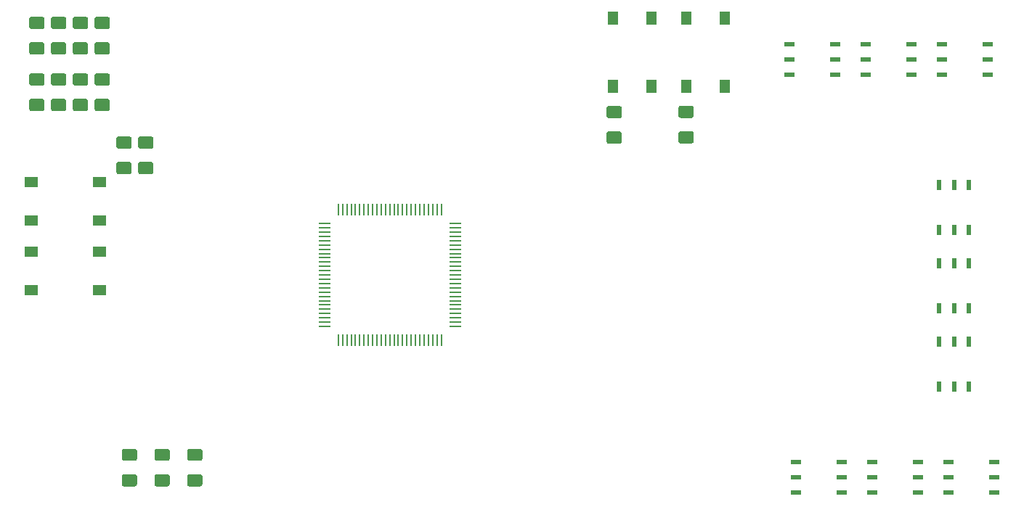
<source format=gbr>
G04 #@! TF.GenerationSoftware,KiCad,Pcbnew,5.0.0-fee4fd1~66~ubuntu18.04.1*
G04 #@! TF.CreationDate,2018-10-03T14:59:09+02:00*
G04 #@! TF.ProjectId,pcb,7063622E6B696361645F706362000000,rev?*
G04 #@! TF.SameCoordinates,Original*
G04 #@! TF.FileFunction,Paste,Top*
G04 #@! TF.FilePolarity,Positive*
%FSLAX46Y46*%
G04 Gerber Fmt 4.6, Leading zero omitted, Abs format (unit mm)*
G04 Created by KiCad (PCBNEW 5.0.0-fee4fd1~66~ubuntu18.04.1) date Wed Oct  3 14:59:09 2018*
%MOMM*%
%LPD*%
G01*
G04 APERTURE LIST*
%ADD10R,1.300000X0.600000*%
%ADD11R,1.473200X0.279400*%
%ADD12R,0.279400X1.473200*%
%ADD13R,1.550000X1.300000*%
%ADD14C,0.100000*%
%ADD15C,1.425000*%
%ADD16R,0.600000X1.300000*%
%ADD17R,1.300000X1.550000*%
G04 APERTURE END LIST*
D10*
G04 #@! TO.C,SW3*
X166006000Y-51082000D03*
X166006000Y-52832000D03*
X166006000Y-54582000D03*
X171306000Y-54582000D03*
X171306000Y-52832000D03*
X171306000Y-51082000D03*
G04 #@! TD*
D11*
G04 #@! TO.C,U1*
X93980000Y-83978001D03*
X93980000Y-83477999D03*
X93980000Y-82978000D03*
X93980000Y-82478001D03*
X93980000Y-81978000D03*
X93980000Y-81478001D03*
X93980000Y-80977999D03*
X93980000Y-80478000D03*
X93980000Y-79978001D03*
X93980000Y-79478000D03*
X93980000Y-78978001D03*
X93980000Y-78477999D03*
X93980000Y-77978000D03*
X93980000Y-77478001D03*
X93980000Y-76977999D03*
X93980000Y-76478000D03*
X93980000Y-75977999D03*
X93980000Y-75478000D03*
X93980000Y-74978001D03*
X93980000Y-74477999D03*
X93980000Y-73978000D03*
X93980000Y-73477999D03*
X93980000Y-72978000D03*
X93980000Y-72478001D03*
X93980000Y-71977999D03*
D12*
X95599999Y-70358000D03*
X96100001Y-70358000D03*
X96600000Y-70358000D03*
X97099999Y-70358000D03*
X97600000Y-70358000D03*
X98099999Y-70358000D03*
X98600001Y-70358000D03*
X99100000Y-70358000D03*
X99599999Y-70358000D03*
X100100000Y-70358000D03*
X100599999Y-70358000D03*
X101100001Y-70358000D03*
X101600000Y-70358000D03*
X102099999Y-70358000D03*
X102600001Y-70358000D03*
X103100000Y-70358000D03*
X103600001Y-70358000D03*
X104100000Y-70358000D03*
X104599999Y-70358000D03*
X105100001Y-70358000D03*
X105600000Y-70358000D03*
X106100001Y-70358000D03*
X106600000Y-70358000D03*
X107099999Y-70358000D03*
X107600001Y-70358000D03*
D11*
X109220000Y-71977999D03*
X109220000Y-72478001D03*
X109220000Y-72978000D03*
X109220000Y-73477999D03*
X109220000Y-73978000D03*
X109220000Y-74477999D03*
X109220000Y-74978001D03*
X109220000Y-75478000D03*
X109220000Y-75977999D03*
X109220000Y-76478000D03*
X109220000Y-76977999D03*
X109220000Y-77478001D03*
X109220000Y-77978000D03*
X109220000Y-78477999D03*
X109220000Y-78978001D03*
X109220000Y-79478000D03*
X109220000Y-79978001D03*
X109220000Y-80478000D03*
X109220000Y-80977999D03*
X109220000Y-81478001D03*
X109220000Y-81978000D03*
X109220000Y-82478001D03*
X109220000Y-82978000D03*
X109220000Y-83477999D03*
X109220000Y-83978001D03*
D12*
X107600001Y-85598000D03*
X107099999Y-85598000D03*
X106600000Y-85598000D03*
X106099999Y-85598000D03*
X105600000Y-85598000D03*
X105100001Y-85598000D03*
X104599999Y-85598000D03*
X104100000Y-85598000D03*
X103599999Y-85598000D03*
X103100000Y-85598000D03*
X102600001Y-85598000D03*
X102099999Y-85598000D03*
X101600000Y-85598000D03*
X101099998Y-85598000D03*
X100599999Y-85598000D03*
X100100000Y-85598000D03*
X99599999Y-85598000D03*
X99100000Y-85598000D03*
X98600001Y-85598000D03*
X98099999Y-85598000D03*
X97600000Y-85598000D03*
X97099999Y-85598000D03*
X96600000Y-85598000D03*
X96100001Y-85598000D03*
X95599999Y-85598000D03*
G04 #@! TD*
D13*
G04 #@! TO.C,SW1*
X59779000Y-75220000D03*
X67729000Y-75220000D03*
X67729000Y-79720000D03*
X59779000Y-79720000D03*
G04 #@! TD*
G04 #@! TO.C,SW2*
X59779000Y-67092000D03*
X67729000Y-67092000D03*
X67729000Y-71592000D03*
X59779000Y-71592000D03*
G04 #@! TD*
D14*
G04 #@! TO.C,D1*
G36*
X63641504Y-50814204D02*
X63665773Y-50817804D01*
X63689571Y-50823765D01*
X63712671Y-50832030D01*
X63734849Y-50842520D01*
X63755893Y-50855133D01*
X63775598Y-50869747D01*
X63793777Y-50886223D01*
X63810253Y-50904402D01*
X63824867Y-50924107D01*
X63837480Y-50945151D01*
X63847970Y-50967329D01*
X63856235Y-50990429D01*
X63862196Y-51014227D01*
X63865796Y-51038496D01*
X63867000Y-51063000D01*
X63867000Y-51988000D01*
X63865796Y-52012504D01*
X63862196Y-52036773D01*
X63856235Y-52060571D01*
X63847970Y-52083671D01*
X63837480Y-52105849D01*
X63824867Y-52126893D01*
X63810253Y-52146598D01*
X63793777Y-52164777D01*
X63775598Y-52181253D01*
X63755893Y-52195867D01*
X63734849Y-52208480D01*
X63712671Y-52218970D01*
X63689571Y-52227235D01*
X63665773Y-52233196D01*
X63641504Y-52236796D01*
X63617000Y-52238000D01*
X62367000Y-52238000D01*
X62342496Y-52236796D01*
X62318227Y-52233196D01*
X62294429Y-52227235D01*
X62271329Y-52218970D01*
X62249151Y-52208480D01*
X62228107Y-52195867D01*
X62208402Y-52181253D01*
X62190223Y-52164777D01*
X62173747Y-52146598D01*
X62159133Y-52126893D01*
X62146520Y-52105849D01*
X62136030Y-52083671D01*
X62127765Y-52060571D01*
X62121804Y-52036773D01*
X62118204Y-52012504D01*
X62117000Y-51988000D01*
X62117000Y-51063000D01*
X62118204Y-51038496D01*
X62121804Y-51014227D01*
X62127765Y-50990429D01*
X62136030Y-50967329D01*
X62146520Y-50945151D01*
X62159133Y-50924107D01*
X62173747Y-50904402D01*
X62190223Y-50886223D01*
X62208402Y-50869747D01*
X62228107Y-50855133D01*
X62249151Y-50842520D01*
X62271329Y-50832030D01*
X62294429Y-50823765D01*
X62318227Y-50817804D01*
X62342496Y-50814204D01*
X62367000Y-50813000D01*
X63617000Y-50813000D01*
X63641504Y-50814204D01*
X63641504Y-50814204D01*
G37*
D15*
X62992000Y-51525500D03*
D14*
G36*
X63641504Y-47839204D02*
X63665773Y-47842804D01*
X63689571Y-47848765D01*
X63712671Y-47857030D01*
X63734849Y-47867520D01*
X63755893Y-47880133D01*
X63775598Y-47894747D01*
X63793777Y-47911223D01*
X63810253Y-47929402D01*
X63824867Y-47949107D01*
X63837480Y-47970151D01*
X63847970Y-47992329D01*
X63856235Y-48015429D01*
X63862196Y-48039227D01*
X63865796Y-48063496D01*
X63867000Y-48088000D01*
X63867000Y-49013000D01*
X63865796Y-49037504D01*
X63862196Y-49061773D01*
X63856235Y-49085571D01*
X63847970Y-49108671D01*
X63837480Y-49130849D01*
X63824867Y-49151893D01*
X63810253Y-49171598D01*
X63793777Y-49189777D01*
X63775598Y-49206253D01*
X63755893Y-49220867D01*
X63734849Y-49233480D01*
X63712671Y-49243970D01*
X63689571Y-49252235D01*
X63665773Y-49258196D01*
X63641504Y-49261796D01*
X63617000Y-49263000D01*
X62367000Y-49263000D01*
X62342496Y-49261796D01*
X62318227Y-49258196D01*
X62294429Y-49252235D01*
X62271329Y-49243970D01*
X62249151Y-49233480D01*
X62228107Y-49220867D01*
X62208402Y-49206253D01*
X62190223Y-49189777D01*
X62173747Y-49171598D01*
X62159133Y-49151893D01*
X62146520Y-49130849D01*
X62136030Y-49108671D01*
X62127765Y-49085571D01*
X62121804Y-49061773D01*
X62118204Y-49037504D01*
X62117000Y-49013000D01*
X62117000Y-48088000D01*
X62118204Y-48063496D01*
X62121804Y-48039227D01*
X62127765Y-48015429D01*
X62136030Y-47992329D01*
X62146520Y-47970151D01*
X62159133Y-47949107D01*
X62173747Y-47929402D01*
X62190223Y-47911223D01*
X62208402Y-47894747D01*
X62228107Y-47880133D01*
X62249151Y-47867520D01*
X62271329Y-47857030D01*
X62294429Y-47848765D01*
X62318227Y-47842804D01*
X62342496Y-47839204D01*
X62367000Y-47838000D01*
X63617000Y-47838000D01*
X63641504Y-47839204D01*
X63641504Y-47839204D01*
G37*
D15*
X62992000Y-48550500D03*
G04 #@! TD*
D14*
G04 #@! TO.C,D2*
G36*
X61101504Y-50814204D02*
X61125773Y-50817804D01*
X61149571Y-50823765D01*
X61172671Y-50832030D01*
X61194849Y-50842520D01*
X61215893Y-50855133D01*
X61235598Y-50869747D01*
X61253777Y-50886223D01*
X61270253Y-50904402D01*
X61284867Y-50924107D01*
X61297480Y-50945151D01*
X61307970Y-50967329D01*
X61316235Y-50990429D01*
X61322196Y-51014227D01*
X61325796Y-51038496D01*
X61327000Y-51063000D01*
X61327000Y-51988000D01*
X61325796Y-52012504D01*
X61322196Y-52036773D01*
X61316235Y-52060571D01*
X61307970Y-52083671D01*
X61297480Y-52105849D01*
X61284867Y-52126893D01*
X61270253Y-52146598D01*
X61253777Y-52164777D01*
X61235598Y-52181253D01*
X61215893Y-52195867D01*
X61194849Y-52208480D01*
X61172671Y-52218970D01*
X61149571Y-52227235D01*
X61125773Y-52233196D01*
X61101504Y-52236796D01*
X61077000Y-52238000D01*
X59827000Y-52238000D01*
X59802496Y-52236796D01*
X59778227Y-52233196D01*
X59754429Y-52227235D01*
X59731329Y-52218970D01*
X59709151Y-52208480D01*
X59688107Y-52195867D01*
X59668402Y-52181253D01*
X59650223Y-52164777D01*
X59633747Y-52146598D01*
X59619133Y-52126893D01*
X59606520Y-52105849D01*
X59596030Y-52083671D01*
X59587765Y-52060571D01*
X59581804Y-52036773D01*
X59578204Y-52012504D01*
X59577000Y-51988000D01*
X59577000Y-51063000D01*
X59578204Y-51038496D01*
X59581804Y-51014227D01*
X59587765Y-50990429D01*
X59596030Y-50967329D01*
X59606520Y-50945151D01*
X59619133Y-50924107D01*
X59633747Y-50904402D01*
X59650223Y-50886223D01*
X59668402Y-50869747D01*
X59688107Y-50855133D01*
X59709151Y-50842520D01*
X59731329Y-50832030D01*
X59754429Y-50823765D01*
X59778227Y-50817804D01*
X59802496Y-50814204D01*
X59827000Y-50813000D01*
X61077000Y-50813000D01*
X61101504Y-50814204D01*
X61101504Y-50814204D01*
G37*
D15*
X60452000Y-51525500D03*
D14*
G36*
X61101504Y-47839204D02*
X61125773Y-47842804D01*
X61149571Y-47848765D01*
X61172671Y-47857030D01*
X61194849Y-47867520D01*
X61215893Y-47880133D01*
X61235598Y-47894747D01*
X61253777Y-47911223D01*
X61270253Y-47929402D01*
X61284867Y-47949107D01*
X61297480Y-47970151D01*
X61307970Y-47992329D01*
X61316235Y-48015429D01*
X61322196Y-48039227D01*
X61325796Y-48063496D01*
X61327000Y-48088000D01*
X61327000Y-49013000D01*
X61325796Y-49037504D01*
X61322196Y-49061773D01*
X61316235Y-49085571D01*
X61307970Y-49108671D01*
X61297480Y-49130849D01*
X61284867Y-49151893D01*
X61270253Y-49171598D01*
X61253777Y-49189777D01*
X61235598Y-49206253D01*
X61215893Y-49220867D01*
X61194849Y-49233480D01*
X61172671Y-49243970D01*
X61149571Y-49252235D01*
X61125773Y-49258196D01*
X61101504Y-49261796D01*
X61077000Y-49263000D01*
X59827000Y-49263000D01*
X59802496Y-49261796D01*
X59778227Y-49258196D01*
X59754429Y-49252235D01*
X59731329Y-49243970D01*
X59709151Y-49233480D01*
X59688107Y-49220867D01*
X59668402Y-49206253D01*
X59650223Y-49189777D01*
X59633747Y-49171598D01*
X59619133Y-49151893D01*
X59606520Y-49130849D01*
X59596030Y-49108671D01*
X59587765Y-49085571D01*
X59581804Y-49061773D01*
X59578204Y-49037504D01*
X59577000Y-49013000D01*
X59577000Y-48088000D01*
X59578204Y-48063496D01*
X59581804Y-48039227D01*
X59587765Y-48015429D01*
X59596030Y-47992329D01*
X59606520Y-47970151D01*
X59619133Y-47949107D01*
X59633747Y-47929402D01*
X59650223Y-47911223D01*
X59668402Y-47894747D01*
X59688107Y-47880133D01*
X59709151Y-47867520D01*
X59731329Y-47857030D01*
X59754429Y-47848765D01*
X59778227Y-47842804D01*
X59802496Y-47839204D01*
X59827000Y-47838000D01*
X61077000Y-47838000D01*
X61101504Y-47839204D01*
X61101504Y-47839204D01*
G37*
D15*
X60452000Y-48550500D03*
G04 #@! TD*
D14*
G04 #@! TO.C,D3*
G36*
X68721504Y-50814204D02*
X68745773Y-50817804D01*
X68769571Y-50823765D01*
X68792671Y-50832030D01*
X68814849Y-50842520D01*
X68835893Y-50855133D01*
X68855598Y-50869747D01*
X68873777Y-50886223D01*
X68890253Y-50904402D01*
X68904867Y-50924107D01*
X68917480Y-50945151D01*
X68927970Y-50967329D01*
X68936235Y-50990429D01*
X68942196Y-51014227D01*
X68945796Y-51038496D01*
X68947000Y-51063000D01*
X68947000Y-51988000D01*
X68945796Y-52012504D01*
X68942196Y-52036773D01*
X68936235Y-52060571D01*
X68927970Y-52083671D01*
X68917480Y-52105849D01*
X68904867Y-52126893D01*
X68890253Y-52146598D01*
X68873777Y-52164777D01*
X68855598Y-52181253D01*
X68835893Y-52195867D01*
X68814849Y-52208480D01*
X68792671Y-52218970D01*
X68769571Y-52227235D01*
X68745773Y-52233196D01*
X68721504Y-52236796D01*
X68697000Y-52238000D01*
X67447000Y-52238000D01*
X67422496Y-52236796D01*
X67398227Y-52233196D01*
X67374429Y-52227235D01*
X67351329Y-52218970D01*
X67329151Y-52208480D01*
X67308107Y-52195867D01*
X67288402Y-52181253D01*
X67270223Y-52164777D01*
X67253747Y-52146598D01*
X67239133Y-52126893D01*
X67226520Y-52105849D01*
X67216030Y-52083671D01*
X67207765Y-52060571D01*
X67201804Y-52036773D01*
X67198204Y-52012504D01*
X67197000Y-51988000D01*
X67197000Y-51063000D01*
X67198204Y-51038496D01*
X67201804Y-51014227D01*
X67207765Y-50990429D01*
X67216030Y-50967329D01*
X67226520Y-50945151D01*
X67239133Y-50924107D01*
X67253747Y-50904402D01*
X67270223Y-50886223D01*
X67288402Y-50869747D01*
X67308107Y-50855133D01*
X67329151Y-50842520D01*
X67351329Y-50832030D01*
X67374429Y-50823765D01*
X67398227Y-50817804D01*
X67422496Y-50814204D01*
X67447000Y-50813000D01*
X68697000Y-50813000D01*
X68721504Y-50814204D01*
X68721504Y-50814204D01*
G37*
D15*
X68072000Y-51525500D03*
D14*
G36*
X68721504Y-47839204D02*
X68745773Y-47842804D01*
X68769571Y-47848765D01*
X68792671Y-47857030D01*
X68814849Y-47867520D01*
X68835893Y-47880133D01*
X68855598Y-47894747D01*
X68873777Y-47911223D01*
X68890253Y-47929402D01*
X68904867Y-47949107D01*
X68917480Y-47970151D01*
X68927970Y-47992329D01*
X68936235Y-48015429D01*
X68942196Y-48039227D01*
X68945796Y-48063496D01*
X68947000Y-48088000D01*
X68947000Y-49013000D01*
X68945796Y-49037504D01*
X68942196Y-49061773D01*
X68936235Y-49085571D01*
X68927970Y-49108671D01*
X68917480Y-49130849D01*
X68904867Y-49151893D01*
X68890253Y-49171598D01*
X68873777Y-49189777D01*
X68855598Y-49206253D01*
X68835893Y-49220867D01*
X68814849Y-49233480D01*
X68792671Y-49243970D01*
X68769571Y-49252235D01*
X68745773Y-49258196D01*
X68721504Y-49261796D01*
X68697000Y-49263000D01*
X67447000Y-49263000D01*
X67422496Y-49261796D01*
X67398227Y-49258196D01*
X67374429Y-49252235D01*
X67351329Y-49243970D01*
X67329151Y-49233480D01*
X67308107Y-49220867D01*
X67288402Y-49206253D01*
X67270223Y-49189777D01*
X67253747Y-49171598D01*
X67239133Y-49151893D01*
X67226520Y-49130849D01*
X67216030Y-49108671D01*
X67207765Y-49085571D01*
X67201804Y-49061773D01*
X67198204Y-49037504D01*
X67197000Y-49013000D01*
X67197000Y-48088000D01*
X67198204Y-48063496D01*
X67201804Y-48039227D01*
X67207765Y-48015429D01*
X67216030Y-47992329D01*
X67226520Y-47970151D01*
X67239133Y-47949107D01*
X67253747Y-47929402D01*
X67270223Y-47911223D01*
X67288402Y-47894747D01*
X67308107Y-47880133D01*
X67329151Y-47867520D01*
X67351329Y-47857030D01*
X67374429Y-47848765D01*
X67398227Y-47842804D01*
X67422496Y-47839204D01*
X67447000Y-47838000D01*
X68697000Y-47838000D01*
X68721504Y-47839204D01*
X68721504Y-47839204D01*
G37*
D15*
X68072000Y-48550500D03*
G04 #@! TD*
D14*
G04 #@! TO.C,D4*
G36*
X66181504Y-50814204D02*
X66205773Y-50817804D01*
X66229571Y-50823765D01*
X66252671Y-50832030D01*
X66274849Y-50842520D01*
X66295893Y-50855133D01*
X66315598Y-50869747D01*
X66333777Y-50886223D01*
X66350253Y-50904402D01*
X66364867Y-50924107D01*
X66377480Y-50945151D01*
X66387970Y-50967329D01*
X66396235Y-50990429D01*
X66402196Y-51014227D01*
X66405796Y-51038496D01*
X66407000Y-51063000D01*
X66407000Y-51988000D01*
X66405796Y-52012504D01*
X66402196Y-52036773D01*
X66396235Y-52060571D01*
X66387970Y-52083671D01*
X66377480Y-52105849D01*
X66364867Y-52126893D01*
X66350253Y-52146598D01*
X66333777Y-52164777D01*
X66315598Y-52181253D01*
X66295893Y-52195867D01*
X66274849Y-52208480D01*
X66252671Y-52218970D01*
X66229571Y-52227235D01*
X66205773Y-52233196D01*
X66181504Y-52236796D01*
X66157000Y-52238000D01*
X64907000Y-52238000D01*
X64882496Y-52236796D01*
X64858227Y-52233196D01*
X64834429Y-52227235D01*
X64811329Y-52218970D01*
X64789151Y-52208480D01*
X64768107Y-52195867D01*
X64748402Y-52181253D01*
X64730223Y-52164777D01*
X64713747Y-52146598D01*
X64699133Y-52126893D01*
X64686520Y-52105849D01*
X64676030Y-52083671D01*
X64667765Y-52060571D01*
X64661804Y-52036773D01*
X64658204Y-52012504D01*
X64657000Y-51988000D01*
X64657000Y-51063000D01*
X64658204Y-51038496D01*
X64661804Y-51014227D01*
X64667765Y-50990429D01*
X64676030Y-50967329D01*
X64686520Y-50945151D01*
X64699133Y-50924107D01*
X64713747Y-50904402D01*
X64730223Y-50886223D01*
X64748402Y-50869747D01*
X64768107Y-50855133D01*
X64789151Y-50842520D01*
X64811329Y-50832030D01*
X64834429Y-50823765D01*
X64858227Y-50817804D01*
X64882496Y-50814204D01*
X64907000Y-50813000D01*
X66157000Y-50813000D01*
X66181504Y-50814204D01*
X66181504Y-50814204D01*
G37*
D15*
X65532000Y-51525500D03*
D14*
G36*
X66181504Y-47839204D02*
X66205773Y-47842804D01*
X66229571Y-47848765D01*
X66252671Y-47857030D01*
X66274849Y-47867520D01*
X66295893Y-47880133D01*
X66315598Y-47894747D01*
X66333777Y-47911223D01*
X66350253Y-47929402D01*
X66364867Y-47949107D01*
X66377480Y-47970151D01*
X66387970Y-47992329D01*
X66396235Y-48015429D01*
X66402196Y-48039227D01*
X66405796Y-48063496D01*
X66407000Y-48088000D01*
X66407000Y-49013000D01*
X66405796Y-49037504D01*
X66402196Y-49061773D01*
X66396235Y-49085571D01*
X66387970Y-49108671D01*
X66377480Y-49130849D01*
X66364867Y-49151893D01*
X66350253Y-49171598D01*
X66333777Y-49189777D01*
X66315598Y-49206253D01*
X66295893Y-49220867D01*
X66274849Y-49233480D01*
X66252671Y-49243970D01*
X66229571Y-49252235D01*
X66205773Y-49258196D01*
X66181504Y-49261796D01*
X66157000Y-49263000D01*
X64907000Y-49263000D01*
X64882496Y-49261796D01*
X64858227Y-49258196D01*
X64834429Y-49252235D01*
X64811329Y-49243970D01*
X64789151Y-49233480D01*
X64768107Y-49220867D01*
X64748402Y-49206253D01*
X64730223Y-49189777D01*
X64713747Y-49171598D01*
X64699133Y-49151893D01*
X64686520Y-49130849D01*
X64676030Y-49108671D01*
X64667765Y-49085571D01*
X64661804Y-49061773D01*
X64658204Y-49037504D01*
X64657000Y-49013000D01*
X64657000Y-48088000D01*
X64658204Y-48063496D01*
X64661804Y-48039227D01*
X64667765Y-48015429D01*
X64676030Y-47992329D01*
X64686520Y-47970151D01*
X64699133Y-47949107D01*
X64713747Y-47929402D01*
X64730223Y-47911223D01*
X64748402Y-47894747D01*
X64768107Y-47880133D01*
X64789151Y-47867520D01*
X64811329Y-47857030D01*
X64834429Y-47848765D01*
X64858227Y-47842804D01*
X64882496Y-47839204D01*
X64907000Y-47838000D01*
X66157000Y-47838000D01*
X66181504Y-47839204D01*
X66181504Y-47839204D01*
G37*
D15*
X65532000Y-48550500D03*
G04 #@! TD*
D14*
G04 #@! TO.C,R1*
G36*
X73801504Y-64784204D02*
X73825773Y-64787804D01*
X73849571Y-64793765D01*
X73872671Y-64802030D01*
X73894849Y-64812520D01*
X73915893Y-64825133D01*
X73935598Y-64839747D01*
X73953777Y-64856223D01*
X73970253Y-64874402D01*
X73984867Y-64894107D01*
X73997480Y-64915151D01*
X74007970Y-64937329D01*
X74016235Y-64960429D01*
X74022196Y-64984227D01*
X74025796Y-65008496D01*
X74027000Y-65033000D01*
X74027000Y-65958000D01*
X74025796Y-65982504D01*
X74022196Y-66006773D01*
X74016235Y-66030571D01*
X74007970Y-66053671D01*
X73997480Y-66075849D01*
X73984867Y-66096893D01*
X73970253Y-66116598D01*
X73953777Y-66134777D01*
X73935598Y-66151253D01*
X73915893Y-66165867D01*
X73894849Y-66178480D01*
X73872671Y-66188970D01*
X73849571Y-66197235D01*
X73825773Y-66203196D01*
X73801504Y-66206796D01*
X73777000Y-66208000D01*
X72527000Y-66208000D01*
X72502496Y-66206796D01*
X72478227Y-66203196D01*
X72454429Y-66197235D01*
X72431329Y-66188970D01*
X72409151Y-66178480D01*
X72388107Y-66165867D01*
X72368402Y-66151253D01*
X72350223Y-66134777D01*
X72333747Y-66116598D01*
X72319133Y-66096893D01*
X72306520Y-66075849D01*
X72296030Y-66053671D01*
X72287765Y-66030571D01*
X72281804Y-66006773D01*
X72278204Y-65982504D01*
X72277000Y-65958000D01*
X72277000Y-65033000D01*
X72278204Y-65008496D01*
X72281804Y-64984227D01*
X72287765Y-64960429D01*
X72296030Y-64937329D01*
X72306520Y-64915151D01*
X72319133Y-64894107D01*
X72333747Y-64874402D01*
X72350223Y-64856223D01*
X72368402Y-64839747D01*
X72388107Y-64825133D01*
X72409151Y-64812520D01*
X72431329Y-64802030D01*
X72454429Y-64793765D01*
X72478227Y-64787804D01*
X72502496Y-64784204D01*
X72527000Y-64783000D01*
X73777000Y-64783000D01*
X73801504Y-64784204D01*
X73801504Y-64784204D01*
G37*
D15*
X73152000Y-65495500D03*
D14*
G36*
X73801504Y-61809204D02*
X73825773Y-61812804D01*
X73849571Y-61818765D01*
X73872671Y-61827030D01*
X73894849Y-61837520D01*
X73915893Y-61850133D01*
X73935598Y-61864747D01*
X73953777Y-61881223D01*
X73970253Y-61899402D01*
X73984867Y-61919107D01*
X73997480Y-61940151D01*
X74007970Y-61962329D01*
X74016235Y-61985429D01*
X74022196Y-62009227D01*
X74025796Y-62033496D01*
X74027000Y-62058000D01*
X74027000Y-62983000D01*
X74025796Y-63007504D01*
X74022196Y-63031773D01*
X74016235Y-63055571D01*
X74007970Y-63078671D01*
X73997480Y-63100849D01*
X73984867Y-63121893D01*
X73970253Y-63141598D01*
X73953777Y-63159777D01*
X73935598Y-63176253D01*
X73915893Y-63190867D01*
X73894849Y-63203480D01*
X73872671Y-63213970D01*
X73849571Y-63222235D01*
X73825773Y-63228196D01*
X73801504Y-63231796D01*
X73777000Y-63233000D01*
X72527000Y-63233000D01*
X72502496Y-63231796D01*
X72478227Y-63228196D01*
X72454429Y-63222235D01*
X72431329Y-63213970D01*
X72409151Y-63203480D01*
X72388107Y-63190867D01*
X72368402Y-63176253D01*
X72350223Y-63159777D01*
X72333747Y-63141598D01*
X72319133Y-63121893D01*
X72306520Y-63100849D01*
X72296030Y-63078671D01*
X72287765Y-63055571D01*
X72281804Y-63031773D01*
X72278204Y-63007504D01*
X72277000Y-62983000D01*
X72277000Y-62058000D01*
X72278204Y-62033496D01*
X72281804Y-62009227D01*
X72287765Y-61985429D01*
X72296030Y-61962329D01*
X72306520Y-61940151D01*
X72319133Y-61919107D01*
X72333747Y-61899402D01*
X72350223Y-61881223D01*
X72368402Y-61864747D01*
X72388107Y-61850133D01*
X72409151Y-61837520D01*
X72431329Y-61827030D01*
X72454429Y-61818765D01*
X72478227Y-61812804D01*
X72502496Y-61809204D01*
X72527000Y-61808000D01*
X73777000Y-61808000D01*
X73801504Y-61809204D01*
X73801504Y-61809204D01*
G37*
D15*
X73152000Y-62520500D03*
G04 #@! TD*
D14*
G04 #@! TO.C,R2*
G36*
X71261504Y-64784204D02*
X71285773Y-64787804D01*
X71309571Y-64793765D01*
X71332671Y-64802030D01*
X71354849Y-64812520D01*
X71375893Y-64825133D01*
X71395598Y-64839747D01*
X71413777Y-64856223D01*
X71430253Y-64874402D01*
X71444867Y-64894107D01*
X71457480Y-64915151D01*
X71467970Y-64937329D01*
X71476235Y-64960429D01*
X71482196Y-64984227D01*
X71485796Y-65008496D01*
X71487000Y-65033000D01*
X71487000Y-65958000D01*
X71485796Y-65982504D01*
X71482196Y-66006773D01*
X71476235Y-66030571D01*
X71467970Y-66053671D01*
X71457480Y-66075849D01*
X71444867Y-66096893D01*
X71430253Y-66116598D01*
X71413777Y-66134777D01*
X71395598Y-66151253D01*
X71375893Y-66165867D01*
X71354849Y-66178480D01*
X71332671Y-66188970D01*
X71309571Y-66197235D01*
X71285773Y-66203196D01*
X71261504Y-66206796D01*
X71237000Y-66208000D01*
X69987000Y-66208000D01*
X69962496Y-66206796D01*
X69938227Y-66203196D01*
X69914429Y-66197235D01*
X69891329Y-66188970D01*
X69869151Y-66178480D01*
X69848107Y-66165867D01*
X69828402Y-66151253D01*
X69810223Y-66134777D01*
X69793747Y-66116598D01*
X69779133Y-66096893D01*
X69766520Y-66075849D01*
X69756030Y-66053671D01*
X69747765Y-66030571D01*
X69741804Y-66006773D01*
X69738204Y-65982504D01*
X69737000Y-65958000D01*
X69737000Y-65033000D01*
X69738204Y-65008496D01*
X69741804Y-64984227D01*
X69747765Y-64960429D01*
X69756030Y-64937329D01*
X69766520Y-64915151D01*
X69779133Y-64894107D01*
X69793747Y-64874402D01*
X69810223Y-64856223D01*
X69828402Y-64839747D01*
X69848107Y-64825133D01*
X69869151Y-64812520D01*
X69891329Y-64802030D01*
X69914429Y-64793765D01*
X69938227Y-64787804D01*
X69962496Y-64784204D01*
X69987000Y-64783000D01*
X71237000Y-64783000D01*
X71261504Y-64784204D01*
X71261504Y-64784204D01*
G37*
D15*
X70612000Y-65495500D03*
D14*
G36*
X71261504Y-61809204D02*
X71285773Y-61812804D01*
X71309571Y-61818765D01*
X71332671Y-61827030D01*
X71354849Y-61837520D01*
X71375893Y-61850133D01*
X71395598Y-61864747D01*
X71413777Y-61881223D01*
X71430253Y-61899402D01*
X71444867Y-61919107D01*
X71457480Y-61940151D01*
X71467970Y-61962329D01*
X71476235Y-61985429D01*
X71482196Y-62009227D01*
X71485796Y-62033496D01*
X71487000Y-62058000D01*
X71487000Y-62983000D01*
X71485796Y-63007504D01*
X71482196Y-63031773D01*
X71476235Y-63055571D01*
X71467970Y-63078671D01*
X71457480Y-63100849D01*
X71444867Y-63121893D01*
X71430253Y-63141598D01*
X71413777Y-63159777D01*
X71395598Y-63176253D01*
X71375893Y-63190867D01*
X71354849Y-63203480D01*
X71332671Y-63213970D01*
X71309571Y-63222235D01*
X71285773Y-63228196D01*
X71261504Y-63231796D01*
X71237000Y-63233000D01*
X69987000Y-63233000D01*
X69962496Y-63231796D01*
X69938227Y-63228196D01*
X69914429Y-63222235D01*
X69891329Y-63213970D01*
X69869151Y-63203480D01*
X69848107Y-63190867D01*
X69828402Y-63176253D01*
X69810223Y-63159777D01*
X69793747Y-63141598D01*
X69779133Y-63121893D01*
X69766520Y-63100849D01*
X69756030Y-63078671D01*
X69747765Y-63055571D01*
X69741804Y-63031773D01*
X69738204Y-63007504D01*
X69737000Y-62983000D01*
X69737000Y-62058000D01*
X69738204Y-62033496D01*
X69741804Y-62009227D01*
X69747765Y-61985429D01*
X69756030Y-61962329D01*
X69766520Y-61940151D01*
X69779133Y-61919107D01*
X69793747Y-61899402D01*
X69810223Y-61881223D01*
X69828402Y-61864747D01*
X69848107Y-61850133D01*
X69869151Y-61837520D01*
X69891329Y-61827030D01*
X69914429Y-61818765D01*
X69938227Y-61812804D01*
X69962496Y-61809204D01*
X69987000Y-61808000D01*
X71237000Y-61808000D01*
X71261504Y-61809204D01*
X71261504Y-61809204D01*
G37*
D15*
X70612000Y-62520500D03*
G04 #@! TD*
D14*
G04 #@! TO.C,R3*
G36*
X63641504Y-54443204D02*
X63665773Y-54446804D01*
X63689571Y-54452765D01*
X63712671Y-54461030D01*
X63734849Y-54471520D01*
X63755893Y-54484133D01*
X63775598Y-54498747D01*
X63793777Y-54515223D01*
X63810253Y-54533402D01*
X63824867Y-54553107D01*
X63837480Y-54574151D01*
X63847970Y-54596329D01*
X63856235Y-54619429D01*
X63862196Y-54643227D01*
X63865796Y-54667496D01*
X63867000Y-54692000D01*
X63867000Y-55617000D01*
X63865796Y-55641504D01*
X63862196Y-55665773D01*
X63856235Y-55689571D01*
X63847970Y-55712671D01*
X63837480Y-55734849D01*
X63824867Y-55755893D01*
X63810253Y-55775598D01*
X63793777Y-55793777D01*
X63775598Y-55810253D01*
X63755893Y-55824867D01*
X63734849Y-55837480D01*
X63712671Y-55847970D01*
X63689571Y-55856235D01*
X63665773Y-55862196D01*
X63641504Y-55865796D01*
X63617000Y-55867000D01*
X62367000Y-55867000D01*
X62342496Y-55865796D01*
X62318227Y-55862196D01*
X62294429Y-55856235D01*
X62271329Y-55847970D01*
X62249151Y-55837480D01*
X62228107Y-55824867D01*
X62208402Y-55810253D01*
X62190223Y-55793777D01*
X62173747Y-55775598D01*
X62159133Y-55755893D01*
X62146520Y-55734849D01*
X62136030Y-55712671D01*
X62127765Y-55689571D01*
X62121804Y-55665773D01*
X62118204Y-55641504D01*
X62117000Y-55617000D01*
X62117000Y-54692000D01*
X62118204Y-54667496D01*
X62121804Y-54643227D01*
X62127765Y-54619429D01*
X62136030Y-54596329D01*
X62146520Y-54574151D01*
X62159133Y-54553107D01*
X62173747Y-54533402D01*
X62190223Y-54515223D01*
X62208402Y-54498747D01*
X62228107Y-54484133D01*
X62249151Y-54471520D01*
X62271329Y-54461030D01*
X62294429Y-54452765D01*
X62318227Y-54446804D01*
X62342496Y-54443204D01*
X62367000Y-54442000D01*
X63617000Y-54442000D01*
X63641504Y-54443204D01*
X63641504Y-54443204D01*
G37*
D15*
X62992000Y-55154500D03*
D14*
G36*
X63641504Y-57418204D02*
X63665773Y-57421804D01*
X63689571Y-57427765D01*
X63712671Y-57436030D01*
X63734849Y-57446520D01*
X63755893Y-57459133D01*
X63775598Y-57473747D01*
X63793777Y-57490223D01*
X63810253Y-57508402D01*
X63824867Y-57528107D01*
X63837480Y-57549151D01*
X63847970Y-57571329D01*
X63856235Y-57594429D01*
X63862196Y-57618227D01*
X63865796Y-57642496D01*
X63867000Y-57667000D01*
X63867000Y-58592000D01*
X63865796Y-58616504D01*
X63862196Y-58640773D01*
X63856235Y-58664571D01*
X63847970Y-58687671D01*
X63837480Y-58709849D01*
X63824867Y-58730893D01*
X63810253Y-58750598D01*
X63793777Y-58768777D01*
X63775598Y-58785253D01*
X63755893Y-58799867D01*
X63734849Y-58812480D01*
X63712671Y-58822970D01*
X63689571Y-58831235D01*
X63665773Y-58837196D01*
X63641504Y-58840796D01*
X63617000Y-58842000D01*
X62367000Y-58842000D01*
X62342496Y-58840796D01*
X62318227Y-58837196D01*
X62294429Y-58831235D01*
X62271329Y-58822970D01*
X62249151Y-58812480D01*
X62228107Y-58799867D01*
X62208402Y-58785253D01*
X62190223Y-58768777D01*
X62173747Y-58750598D01*
X62159133Y-58730893D01*
X62146520Y-58709849D01*
X62136030Y-58687671D01*
X62127765Y-58664571D01*
X62121804Y-58640773D01*
X62118204Y-58616504D01*
X62117000Y-58592000D01*
X62117000Y-57667000D01*
X62118204Y-57642496D01*
X62121804Y-57618227D01*
X62127765Y-57594429D01*
X62136030Y-57571329D01*
X62146520Y-57549151D01*
X62159133Y-57528107D01*
X62173747Y-57508402D01*
X62190223Y-57490223D01*
X62208402Y-57473747D01*
X62228107Y-57459133D01*
X62249151Y-57446520D01*
X62271329Y-57436030D01*
X62294429Y-57427765D01*
X62318227Y-57421804D01*
X62342496Y-57418204D01*
X62367000Y-57417000D01*
X63617000Y-57417000D01*
X63641504Y-57418204D01*
X63641504Y-57418204D01*
G37*
D15*
X62992000Y-58129500D03*
G04 #@! TD*
D14*
G04 #@! TO.C,R4*
G36*
X61101504Y-54443204D02*
X61125773Y-54446804D01*
X61149571Y-54452765D01*
X61172671Y-54461030D01*
X61194849Y-54471520D01*
X61215893Y-54484133D01*
X61235598Y-54498747D01*
X61253777Y-54515223D01*
X61270253Y-54533402D01*
X61284867Y-54553107D01*
X61297480Y-54574151D01*
X61307970Y-54596329D01*
X61316235Y-54619429D01*
X61322196Y-54643227D01*
X61325796Y-54667496D01*
X61327000Y-54692000D01*
X61327000Y-55617000D01*
X61325796Y-55641504D01*
X61322196Y-55665773D01*
X61316235Y-55689571D01*
X61307970Y-55712671D01*
X61297480Y-55734849D01*
X61284867Y-55755893D01*
X61270253Y-55775598D01*
X61253777Y-55793777D01*
X61235598Y-55810253D01*
X61215893Y-55824867D01*
X61194849Y-55837480D01*
X61172671Y-55847970D01*
X61149571Y-55856235D01*
X61125773Y-55862196D01*
X61101504Y-55865796D01*
X61077000Y-55867000D01*
X59827000Y-55867000D01*
X59802496Y-55865796D01*
X59778227Y-55862196D01*
X59754429Y-55856235D01*
X59731329Y-55847970D01*
X59709151Y-55837480D01*
X59688107Y-55824867D01*
X59668402Y-55810253D01*
X59650223Y-55793777D01*
X59633747Y-55775598D01*
X59619133Y-55755893D01*
X59606520Y-55734849D01*
X59596030Y-55712671D01*
X59587765Y-55689571D01*
X59581804Y-55665773D01*
X59578204Y-55641504D01*
X59577000Y-55617000D01*
X59577000Y-54692000D01*
X59578204Y-54667496D01*
X59581804Y-54643227D01*
X59587765Y-54619429D01*
X59596030Y-54596329D01*
X59606520Y-54574151D01*
X59619133Y-54553107D01*
X59633747Y-54533402D01*
X59650223Y-54515223D01*
X59668402Y-54498747D01*
X59688107Y-54484133D01*
X59709151Y-54471520D01*
X59731329Y-54461030D01*
X59754429Y-54452765D01*
X59778227Y-54446804D01*
X59802496Y-54443204D01*
X59827000Y-54442000D01*
X61077000Y-54442000D01*
X61101504Y-54443204D01*
X61101504Y-54443204D01*
G37*
D15*
X60452000Y-55154500D03*
D14*
G36*
X61101504Y-57418204D02*
X61125773Y-57421804D01*
X61149571Y-57427765D01*
X61172671Y-57436030D01*
X61194849Y-57446520D01*
X61215893Y-57459133D01*
X61235598Y-57473747D01*
X61253777Y-57490223D01*
X61270253Y-57508402D01*
X61284867Y-57528107D01*
X61297480Y-57549151D01*
X61307970Y-57571329D01*
X61316235Y-57594429D01*
X61322196Y-57618227D01*
X61325796Y-57642496D01*
X61327000Y-57667000D01*
X61327000Y-58592000D01*
X61325796Y-58616504D01*
X61322196Y-58640773D01*
X61316235Y-58664571D01*
X61307970Y-58687671D01*
X61297480Y-58709849D01*
X61284867Y-58730893D01*
X61270253Y-58750598D01*
X61253777Y-58768777D01*
X61235598Y-58785253D01*
X61215893Y-58799867D01*
X61194849Y-58812480D01*
X61172671Y-58822970D01*
X61149571Y-58831235D01*
X61125773Y-58837196D01*
X61101504Y-58840796D01*
X61077000Y-58842000D01*
X59827000Y-58842000D01*
X59802496Y-58840796D01*
X59778227Y-58837196D01*
X59754429Y-58831235D01*
X59731329Y-58822970D01*
X59709151Y-58812480D01*
X59688107Y-58799867D01*
X59668402Y-58785253D01*
X59650223Y-58768777D01*
X59633747Y-58750598D01*
X59619133Y-58730893D01*
X59606520Y-58709849D01*
X59596030Y-58687671D01*
X59587765Y-58664571D01*
X59581804Y-58640773D01*
X59578204Y-58616504D01*
X59577000Y-58592000D01*
X59577000Y-57667000D01*
X59578204Y-57642496D01*
X59581804Y-57618227D01*
X59587765Y-57594429D01*
X59596030Y-57571329D01*
X59606520Y-57549151D01*
X59619133Y-57528107D01*
X59633747Y-57508402D01*
X59650223Y-57490223D01*
X59668402Y-57473747D01*
X59688107Y-57459133D01*
X59709151Y-57446520D01*
X59731329Y-57436030D01*
X59754429Y-57427765D01*
X59778227Y-57421804D01*
X59802496Y-57418204D01*
X59827000Y-57417000D01*
X61077000Y-57417000D01*
X61101504Y-57418204D01*
X61101504Y-57418204D01*
G37*
D15*
X60452000Y-58129500D03*
G04 #@! TD*
D14*
G04 #@! TO.C,C11*
G36*
X71896504Y-98258204D02*
X71920773Y-98261804D01*
X71944571Y-98267765D01*
X71967671Y-98276030D01*
X71989849Y-98286520D01*
X72010893Y-98299133D01*
X72030598Y-98313747D01*
X72048777Y-98330223D01*
X72065253Y-98348402D01*
X72079867Y-98368107D01*
X72092480Y-98389151D01*
X72102970Y-98411329D01*
X72111235Y-98434429D01*
X72117196Y-98458227D01*
X72120796Y-98482496D01*
X72122000Y-98507000D01*
X72122000Y-99432000D01*
X72120796Y-99456504D01*
X72117196Y-99480773D01*
X72111235Y-99504571D01*
X72102970Y-99527671D01*
X72092480Y-99549849D01*
X72079867Y-99570893D01*
X72065253Y-99590598D01*
X72048777Y-99608777D01*
X72030598Y-99625253D01*
X72010893Y-99639867D01*
X71989849Y-99652480D01*
X71967671Y-99662970D01*
X71944571Y-99671235D01*
X71920773Y-99677196D01*
X71896504Y-99680796D01*
X71872000Y-99682000D01*
X70622000Y-99682000D01*
X70597496Y-99680796D01*
X70573227Y-99677196D01*
X70549429Y-99671235D01*
X70526329Y-99662970D01*
X70504151Y-99652480D01*
X70483107Y-99639867D01*
X70463402Y-99625253D01*
X70445223Y-99608777D01*
X70428747Y-99590598D01*
X70414133Y-99570893D01*
X70401520Y-99549849D01*
X70391030Y-99527671D01*
X70382765Y-99504571D01*
X70376804Y-99480773D01*
X70373204Y-99456504D01*
X70372000Y-99432000D01*
X70372000Y-98507000D01*
X70373204Y-98482496D01*
X70376804Y-98458227D01*
X70382765Y-98434429D01*
X70391030Y-98411329D01*
X70401520Y-98389151D01*
X70414133Y-98368107D01*
X70428747Y-98348402D01*
X70445223Y-98330223D01*
X70463402Y-98313747D01*
X70483107Y-98299133D01*
X70504151Y-98286520D01*
X70526329Y-98276030D01*
X70549429Y-98267765D01*
X70573227Y-98261804D01*
X70597496Y-98258204D01*
X70622000Y-98257000D01*
X71872000Y-98257000D01*
X71896504Y-98258204D01*
X71896504Y-98258204D01*
G37*
D15*
X71247000Y-98969500D03*
D14*
G36*
X71896504Y-101233204D02*
X71920773Y-101236804D01*
X71944571Y-101242765D01*
X71967671Y-101251030D01*
X71989849Y-101261520D01*
X72010893Y-101274133D01*
X72030598Y-101288747D01*
X72048777Y-101305223D01*
X72065253Y-101323402D01*
X72079867Y-101343107D01*
X72092480Y-101364151D01*
X72102970Y-101386329D01*
X72111235Y-101409429D01*
X72117196Y-101433227D01*
X72120796Y-101457496D01*
X72122000Y-101482000D01*
X72122000Y-102407000D01*
X72120796Y-102431504D01*
X72117196Y-102455773D01*
X72111235Y-102479571D01*
X72102970Y-102502671D01*
X72092480Y-102524849D01*
X72079867Y-102545893D01*
X72065253Y-102565598D01*
X72048777Y-102583777D01*
X72030598Y-102600253D01*
X72010893Y-102614867D01*
X71989849Y-102627480D01*
X71967671Y-102637970D01*
X71944571Y-102646235D01*
X71920773Y-102652196D01*
X71896504Y-102655796D01*
X71872000Y-102657000D01*
X70622000Y-102657000D01*
X70597496Y-102655796D01*
X70573227Y-102652196D01*
X70549429Y-102646235D01*
X70526329Y-102637970D01*
X70504151Y-102627480D01*
X70483107Y-102614867D01*
X70463402Y-102600253D01*
X70445223Y-102583777D01*
X70428747Y-102565598D01*
X70414133Y-102545893D01*
X70401520Y-102524849D01*
X70391030Y-102502671D01*
X70382765Y-102479571D01*
X70376804Y-102455773D01*
X70373204Y-102431504D01*
X70372000Y-102407000D01*
X70372000Y-101482000D01*
X70373204Y-101457496D01*
X70376804Y-101433227D01*
X70382765Y-101409429D01*
X70391030Y-101386329D01*
X70401520Y-101364151D01*
X70414133Y-101343107D01*
X70428747Y-101323402D01*
X70445223Y-101305223D01*
X70463402Y-101288747D01*
X70483107Y-101274133D01*
X70504151Y-101261520D01*
X70526329Y-101251030D01*
X70549429Y-101242765D01*
X70573227Y-101236804D01*
X70597496Y-101233204D01*
X70622000Y-101232000D01*
X71872000Y-101232000D01*
X71896504Y-101233204D01*
X71896504Y-101233204D01*
G37*
D15*
X71247000Y-101944500D03*
G04 #@! TD*
D14*
G04 #@! TO.C,C12*
G36*
X75706504Y-98258204D02*
X75730773Y-98261804D01*
X75754571Y-98267765D01*
X75777671Y-98276030D01*
X75799849Y-98286520D01*
X75820893Y-98299133D01*
X75840598Y-98313747D01*
X75858777Y-98330223D01*
X75875253Y-98348402D01*
X75889867Y-98368107D01*
X75902480Y-98389151D01*
X75912970Y-98411329D01*
X75921235Y-98434429D01*
X75927196Y-98458227D01*
X75930796Y-98482496D01*
X75932000Y-98507000D01*
X75932000Y-99432000D01*
X75930796Y-99456504D01*
X75927196Y-99480773D01*
X75921235Y-99504571D01*
X75912970Y-99527671D01*
X75902480Y-99549849D01*
X75889867Y-99570893D01*
X75875253Y-99590598D01*
X75858777Y-99608777D01*
X75840598Y-99625253D01*
X75820893Y-99639867D01*
X75799849Y-99652480D01*
X75777671Y-99662970D01*
X75754571Y-99671235D01*
X75730773Y-99677196D01*
X75706504Y-99680796D01*
X75682000Y-99682000D01*
X74432000Y-99682000D01*
X74407496Y-99680796D01*
X74383227Y-99677196D01*
X74359429Y-99671235D01*
X74336329Y-99662970D01*
X74314151Y-99652480D01*
X74293107Y-99639867D01*
X74273402Y-99625253D01*
X74255223Y-99608777D01*
X74238747Y-99590598D01*
X74224133Y-99570893D01*
X74211520Y-99549849D01*
X74201030Y-99527671D01*
X74192765Y-99504571D01*
X74186804Y-99480773D01*
X74183204Y-99456504D01*
X74182000Y-99432000D01*
X74182000Y-98507000D01*
X74183204Y-98482496D01*
X74186804Y-98458227D01*
X74192765Y-98434429D01*
X74201030Y-98411329D01*
X74211520Y-98389151D01*
X74224133Y-98368107D01*
X74238747Y-98348402D01*
X74255223Y-98330223D01*
X74273402Y-98313747D01*
X74293107Y-98299133D01*
X74314151Y-98286520D01*
X74336329Y-98276030D01*
X74359429Y-98267765D01*
X74383227Y-98261804D01*
X74407496Y-98258204D01*
X74432000Y-98257000D01*
X75682000Y-98257000D01*
X75706504Y-98258204D01*
X75706504Y-98258204D01*
G37*
D15*
X75057000Y-98969500D03*
D14*
G36*
X75706504Y-101233204D02*
X75730773Y-101236804D01*
X75754571Y-101242765D01*
X75777671Y-101251030D01*
X75799849Y-101261520D01*
X75820893Y-101274133D01*
X75840598Y-101288747D01*
X75858777Y-101305223D01*
X75875253Y-101323402D01*
X75889867Y-101343107D01*
X75902480Y-101364151D01*
X75912970Y-101386329D01*
X75921235Y-101409429D01*
X75927196Y-101433227D01*
X75930796Y-101457496D01*
X75932000Y-101482000D01*
X75932000Y-102407000D01*
X75930796Y-102431504D01*
X75927196Y-102455773D01*
X75921235Y-102479571D01*
X75912970Y-102502671D01*
X75902480Y-102524849D01*
X75889867Y-102545893D01*
X75875253Y-102565598D01*
X75858777Y-102583777D01*
X75840598Y-102600253D01*
X75820893Y-102614867D01*
X75799849Y-102627480D01*
X75777671Y-102637970D01*
X75754571Y-102646235D01*
X75730773Y-102652196D01*
X75706504Y-102655796D01*
X75682000Y-102657000D01*
X74432000Y-102657000D01*
X74407496Y-102655796D01*
X74383227Y-102652196D01*
X74359429Y-102646235D01*
X74336329Y-102637970D01*
X74314151Y-102627480D01*
X74293107Y-102614867D01*
X74273402Y-102600253D01*
X74255223Y-102583777D01*
X74238747Y-102565598D01*
X74224133Y-102545893D01*
X74211520Y-102524849D01*
X74201030Y-102502671D01*
X74192765Y-102479571D01*
X74186804Y-102455773D01*
X74183204Y-102431504D01*
X74182000Y-102407000D01*
X74182000Y-101482000D01*
X74183204Y-101457496D01*
X74186804Y-101433227D01*
X74192765Y-101409429D01*
X74201030Y-101386329D01*
X74211520Y-101364151D01*
X74224133Y-101343107D01*
X74238747Y-101323402D01*
X74255223Y-101305223D01*
X74273402Y-101288747D01*
X74293107Y-101274133D01*
X74314151Y-101261520D01*
X74336329Y-101251030D01*
X74359429Y-101242765D01*
X74383227Y-101236804D01*
X74407496Y-101233204D01*
X74432000Y-101232000D01*
X75682000Y-101232000D01*
X75706504Y-101233204D01*
X75706504Y-101233204D01*
G37*
D15*
X75057000Y-101944500D03*
G04 #@! TD*
D14*
G04 #@! TO.C,C13*
G36*
X79516504Y-98258204D02*
X79540773Y-98261804D01*
X79564571Y-98267765D01*
X79587671Y-98276030D01*
X79609849Y-98286520D01*
X79630893Y-98299133D01*
X79650598Y-98313747D01*
X79668777Y-98330223D01*
X79685253Y-98348402D01*
X79699867Y-98368107D01*
X79712480Y-98389151D01*
X79722970Y-98411329D01*
X79731235Y-98434429D01*
X79737196Y-98458227D01*
X79740796Y-98482496D01*
X79742000Y-98507000D01*
X79742000Y-99432000D01*
X79740796Y-99456504D01*
X79737196Y-99480773D01*
X79731235Y-99504571D01*
X79722970Y-99527671D01*
X79712480Y-99549849D01*
X79699867Y-99570893D01*
X79685253Y-99590598D01*
X79668777Y-99608777D01*
X79650598Y-99625253D01*
X79630893Y-99639867D01*
X79609849Y-99652480D01*
X79587671Y-99662970D01*
X79564571Y-99671235D01*
X79540773Y-99677196D01*
X79516504Y-99680796D01*
X79492000Y-99682000D01*
X78242000Y-99682000D01*
X78217496Y-99680796D01*
X78193227Y-99677196D01*
X78169429Y-99671235D01*
X78146329Y-99662970D01*
X78124151Y-99652480D01*
X78103107Y-99639867D01*
X78083402Y-99625253D01*
X78065223Y-99608777D01*
X78048747Y-99590598D01*
X78034133Y-99570893D01*
X78021520Y-99549849D01*
X78011030Y-99527671D01*
X78002765Y-99504571D01*
X77996804Y-99480773D01*
X77993204Y-99456504D01*
X77992000Y-99432000D01*
X77992000Y-98507000D01*
X77993204Y-98482496D01*
X77996804Y-98458227D01*
X78002765Y-98434429D01*
X78011030Y-98411329D01*
X78021520Y-98389151D01*
X78034133Y-98368107D01*
X78048747Y-98348402D01*
X78065223Y-98330223D01*
X78083402Y-98313747D01*
X78103107Y-98299133D01*
X78124151Y-98286520D01*
X78146329Y-98276030D01*
X78169429Y-98267765D01*
X78193227Y-98261804D01*
X78217496Y-98258204D01*
X78242000Y-98257000D01*
X79492000Y-98257000D01*
X79516504Y-98258204D01*
X79516504Y-98258204D01*
G37*
D15*
X78867000Y-98969500D03*
D14*
G36*
X79516504Y-101233204D02*
X79540773Y-101236804D01*
X79564571Y-101242765D01*
X79587671Y-101251030D01*
X79609849Y-101261520D01*
X79630893Y-101274133D01*
X79650598Y-101288747D01*
X79668777Y-101305223D01*
X79685253Y-101323402D01*
X79699867Y-101343107D01*
X79712480Y-101364151D01*
X79722970Y-101386329D01*
X79731235Y-101409429D01*
X79737196Y-101433227D01*
X79740796Y-101457496D01*
X79742000Y-101482000D01*
X79742000Y-102407000D01*
X79740796Y-102431504D01*
X79737196Y-102455773D01*
X79731235Y-102479571D01*
X79722970Y-102502671D01*
X79712480Y-102524849D01*
X79699867Y-102545893D01*
X79685253Y-102565598D01*
X79668777Y-102583777D01*
X79650598Y-102600253D01*
X79630893Y-102614867D01*
X79609849Y-102627480D01*
X79587671Y-102637970D01*
X79564571Y-102646235D01*
X79540773Y-102652196D01*
X79516504Y-102655796D01*
X79492000Y-102657000D01*
X78242000Y-102657000D01*
X78217496Y-102655796D01*
X78193227Y-102652196D01*
X78169429Y-102646235D01*
X78146329Y-102637970D01*
X78124151Y-102627480D01*
X78103107Y-102614867D01*
X78083402Y-102600253D01*
X78065223Y-102583777D01*
X78048747Y-102565598D01*
X78034133Y-102545893D01*
X78021520Y-102524849D01*
X78011030Y-102502671D01*
X78002765Y-102479571D01*
X77996804Y-102455773D01*
X77993204Y-102431504D01*
X77992000Y-102407000D01*
X77992000Y-101482000D01*
X77993204Y-101457496D01*
X77996804Y-101433227D01*
X78002765Y-101409429D01*
X78011030Y-101386329D01*
X78021520Y-101364151D01*
X78034133Y-101343107D01*
X78048747Y-101323402D01*
X78065223Y-101305223D01*
X78083402Y-101288747D01*
X78103107Y-101274133D01*
X78124151Y-101261520D01*
X78146329Y-101251030D01*
X78169429Y-101242765D01*
X78193227Y-101236804D01*
X78217496Y-101233204D01*
X78242000Y-101232000D01*
X79492000Y-101232000D01*
X79516504Y-101233204D01*
X79516504Y-101233204D01*
G37*
D15*
X78867000Y-101944500D03*
G04 #@! TD*
D14*
G04 #@! TO.C,R32*
G36*
X128411504Y-58253204D02*
X128435773Y-58256804D01*
X128459571Y-58262765D01*
X128482671Y-58271030D01*
X128504849Y-58281520D01*
X128525893Y-58294133D01*
X128545598Y-58308747D01*
X128563777Y-58325223D01*
X128580253Y-58343402D01*
X128594867Y-58363107D01*
X128607480Y-58384151D01*
X128617970Y-58406329D01*
X128626235Y-58429429D01*
X128632196Y-58453227D01*
X128635796Y-58477496D01*
X128637000Y-58502000D01*
X128637000Y-59427000D01*
X128635796Y-59451504D01*
X128632196Y-59475773D01*
X128626235Y-59499571D01*
X128617970Y-59522671D01*
X128607480Y-59544849D01*
X128594867Y-59565893D01*
X128580253Y-59585598D01*
X128563777Y-59603777D01*
X128545598Y-59620253D01*
X128525893Y-59634867D01*
X128504849Y-59647480D01*
X128482671Y-59657970D01*
X128459571Y-59666235D01*
X128435773Y-59672196D01*
X128411504Y-59675796D01*
X128387000Y-59677000D01*
X127137000Y-59677000D01*
X127112496Y-59675796D01*
X127088227Y-59672196D01*
X127064429Y-59666235D01*
X127041329Y-59657970D01*
X127019151Y-59647480D01*
X126998107Y-59634867D01*
X126978402Y-59620253D01*
X126960223Y-59603777D01*
X126943747Y-59585598D01*
X126929133Y-59565893D01*
X126916520Y-59544849D01*
X126906030Y-59522671D01*
X126897765Y-59499571D01*
X126891804Y-59475773D01*
X126888204Y-59451504D01*
X126887000Y-59427000D01*
X126887000Y-58502000D01*
X126888204Y-58477496D01*
X126891804Y-58453227D01*
X126897765Y-58429429D01*
X126906030Y-58406329D01*
X126916520Y-58384151D01*
X126929133Y-58363107D01*
X126943747Y-58343402D01*
X126960223Y-58325223D01*
X126978402Y-58308747D01*
X126998107Y-58294133D01*
X127019151Y-58281520D01*
X127041329Y-58271030D01*
X127064429Y-58262765D01*
X127088227Y-58256804D01*
X127112496Y-58253204D01*
X127137000Y-58252000D01*
X128387000Y-58252000D01*
X128411504Y-58253204D01*
X128411504Y-58253204D01*
G37*
D15*
X127762000Y-58964500D03*
D14*
G36*
X128411504Y-61228204D02*
X128435773Y-61231804D01*
X128459571Y-61237765D01*
X128482671Y-61246030D01*
X128504849Y-61256520D01*
X128525893Y-61269133D01*
X128545598Y-61283747D01*
X128563777Y-61300223D01*
X128580253Y-61318402D01*
X128594867Y-61338107D01*
X128607480Y-61359151D01*
X128617970Y-61381329D01*
X128626235Y-61404429D01*
X128632196Y-61428227D01*
X128635796Y-61452496D01*
X128637000Y-61477000D01*
X128637000Y-62402000D01*
X128635796Y-62426504D01*
X128632196Y-62450773D01*
X128626235Y-62474571D01*
X128617970Y-62497671D01*
X128607480Y-62519849D01*
X128594867Y-62540893D01*
X128580253Y-62560598D01*
X128563777Y-62578777D01*
X128545598Y-62595253D01*
X128525893Y-62609867D01*
X128504849Y-62622480D01*
X128482671Y-62632970D01*
X128459571Y-62641235D01*
X128435773Y-62647196D01*
X128411504Y-62650796D01*
X128387000Y-62652000D01*
X127137000Y-62652000D01*
X127112496Y-62650796D01*
X127088227Y-62647196D01*
X127064429Y-62641235D01*
X127041329Y-62632970D01*
X127019151Y-62622480D01*
X126998107Y-62609867D01*
X126978402Y-62595253D01*
X126960223Y-62578777D01*
X126943747Y-62560598D01*
X126929133Y-62540893D01*
X126916520Y-62519849D01*
X126906030Y-62497671D01*
X126897765Y-62474571D01*
X126891804Y-62450773D01*
X126888204Y-62426504D01*
X126887000Y-62402000D01*
X126887000Y-61477000D01*
X126888204Y-61452496D01*
X126891804Y-61428227D01*
X126897765Y-61404429D01*
X126906030Y-61381329D01*
X126916520Y-61359151D01*
X126929133Y-61338107D01*
X126943747Y-61318402D01*
X126960223Y-61300223D01*
X126978402Y-61283747D01*
X126998107Y-61269133D01*
X127019151Y-61256520D01*
X127041329Y-61246030D01*
X127064429Y-61237765D01*
X127088227Y-61231804D01*
X127112496Y-61228204D01*
X127137000Y-61227000D01*
X128387000Y-61227000D01*
X128411504Y-61228204D01*
X128411504Y-61228204D01*
G37*
D15*
X127762000Y-61939500D03*
G04 #@! TD*
D14*
G04 #@! TO.C,R33*
G36*
X136793504Y-58216704D02*
X136817773Y-58220304D01*
X136841571Y-58226265D01*
X136864671Y-58234530D01*
X136886849Y-58245020D01*
X136907893Y-58257633D01*
X136927598Y-58272247D01*
X136945777Y-58288723D01*
X136962253Y-58306902D01*
X136976867Y-58326607D01*
X136989480Y-58347651D01*
X136999970Y-58369829D01*
X137008235Y-58392929D01*
X137014196Y-58416727D01*
X137017796Y-58440996D01*
X137019000Y-58465500D01*
X137019000Y-59390500D01*
X137017796Y-59415004D01*
X137014196Y-59439273D01*
X137008235Y-59463071D01*
X136999970Y-59486171D01*
X136989480Y-59508349D01*
X136976867Y-59529393D01*
X136962253Y-59549098D01*
X136945777Y-59567277D01*
X136927598Y-59583753D01*
X136907893Y-59598367D01*
X136886849Y-59610980D01*
X136864671Y-59621470D01*
X136841571Y-59629735D01*
X136817773Y-59635696D01*
X136793504Y-59639296D01*
X136769000Y-59640500D01*
X135519000Y-59640500D01*
X135494496Y-59639296D01*
X135470227Y-59635696D01*
X135446429Y-59629735D01*
X135423329Y-59621470D01*
X135401151Y-59610980D01*
X135380107Y-59598367D01*
X135360402Y-59583753D01*
X135342223Y-59567277D01*
X135325747Y-59549098D01*
X135311133Y-59529393D01*
X135298520Y-59508349D01*
X135288030Y-59486171D01*
X135279765Y-59463071D01*
X135273804Y-59439273D01*
X135270204Y-59415004D01*
X135269000Y-59390500D01*
X135269000Y-58465500D01*
X135270204Y-58440996D01*
X135273804Y-58416727D01*
X135279765Y-58392929D01*
X135288030Y-58369829D01*
X135298520Y-58347651D01*
X135311133Y-58326607D01*
X135325747Y-58306902D01*
X135342223Y-58288723D01*
X135360402Y-58272247D01*
X135380107Y-58257633D01*
X135401151Y-58245020D01*
X135423329Y-58234530D01*
X135446429Y-58226265D01*
X135470227Y-58220304D01*
X135494496Y-58216704D01*
X135519000Y-58215500D01*
X136769000Y-58215500D01*
X136793504Y-58216704D01*
X136793504Y-58216704D01*
G37*
D15*
X136144000Y-58928000D03*
D14*
G36*
X136793504Y-61191704D02*
X136817773Y-61195304D01*
X136841571Y-61201265D01*
X136864671Y-61209530D01*
X136886849Y-61220020D01*
X136907893Y-61232633D01*
X136927598Y-61247247D01*
X136945777Y-61263723D01*
X136962253Y-61281902D01*
X136976867Y-61301607D01*
X136989480Y-61322651D01*
X136999970Y-61344829D01*
X137008235Y-61367929D01*
X137014196Y-61391727D01*
X137017796Y-61415996D01*
X137019000Y-61440500D01*
X137019000Y-62365500D01*
X137017796Y-62390004D01*
X137014196Y-62414273D01*
X137008235Y-62438071D01*
X136999970Y-62461171D01*
X136989480Y-62483349D01*
X136976867Y-62504393D01*
X136962253Y-62524098D01*
X136945777Y-62542277D01*
X136927598Y-62558753D01*
X136907893Y-62573367D01*
X136886849Y-62585980D01*
X136864671Y-62596470D01*
X136841571Y-62604735D01*
X136817773Y-62610696D01*
X136793504Y-62614296D01*
X136769000Y-62615500D01*
X135519000Y-62615500D01*
X135494496Y-62614296D01*
X135470227Y-62610696D01*
X135446429Y-62604735D01*
X135423329Y-62596470D01*
X135401151Y-62585980D01*
X135380107Y-62573367D01*
X135360402Y-62558753D01*
X135342223Y-62542277D01*
X135325747Y-62524098D01*
X135311133Y-62504393D01*
X135298520Y-62483349D01*
X135288030Y-62461171D01*
X135279765Y-62438071D01*
X135273804Y-62414273D01*
X135270204Y-62390004D01*
X135269000Y-62365500D01*
X135269000Y-61440500D01*
X135270204Y-61415996D01*
X135273804Y-61391727D01*
X135279765Y-61367929D01*
X135288030Y-61344829D01*
X135298520Y-61322651D01*
X135311133Y-61301607D01*
X135325747Y-61281902D01*
X135342223Y-61263723D01*
X135360402Y-61247247D01*
X135380107Y-61232633D01*
X135401151Y-61220020D01*
X135423329Y-61209530D01*
X135446429Y-61201265D01*
X135470227Y-61195304D01*
X135494496Y-61191704D01*
X135519000Y-61190500D01*
X136769000Y-61190500D01*
X136793504Y-61191704D01*
X136793504Y-61191704D01*
G37*
D15*
X136144000Y-61903000D03*
G04 #@! TD*
D14*
G04 #@! TO.C,R34*
G36*
X68721504Y-54443204D02*
X68745773Y-54446804D01*
X68769571Y-54452765D01*
X68792671Y-54461030D01*
X68814849Y-54471520D01*
X68835893Y-54484133D01*
X68855598Y-54498747D01*
X68873777Y-54515223D01*
X68890253Y-54533402D01*
X68904867Y-54553107D01*
X68917480Y-54574151D01*
X68927970Y-54596329D01*
X68936235Y-54619429D01*
X68942196Y-54643227D01*
X68945796Y-54667496D01*
X68947000Y-54692000D01*
X68947000Y-55617000D01*
X68945796Y-55641504D01*
X68942196Y-55665773D01*
X68936235Y-55689571D01*
X68927970Y-55712671D01*
X68917480Y-55734849D01*
X68904867Y-55755893D01*
X68890253Y-55775598D01*
X68873777Y-55793777D01*
X68855598Y-55810253D01*
X68835893Y-55824867D01*
X68814849Y-55837480D01*
X68792671Y-55847970D01*
X68769571Y-55856235D01*
X68745773Y-55862196D01*
X68721504Y-55865796D01*
X68697000Y-55867000D01*
X67447000Y-55867000D01*
X67422496Y-55865796D01*
X67398227Y-55862196D01*
X67374429Y-55856235D01*
X67351329Y-55847970D01*
X67329151Y-55837480D01*
X67308107Y-55824867D01*
X67288402Y-55810253D01*
X67270223Y-55793777D01*
X67253747Y-55775598D01*
X67239133Y-55755893D01*
X67226520Y-55734849D01*
X67216030Y-55712671D01*
X67207765Y-55689571D01*
X67201804Y-55665773D01*
X67198204Y-55641504D01*
X67197000Y-55617000D01*
X67197000Y-54692000D01*
X67198204Y-54667496D01*
X67201804Y-54643227D01*
X67207765Y-54619429D01*
X67216030Y-54596329D01*
X67226520Y-54574151D01*
X67239133Y-54553107D01*
X67253747Y-54533402D01*
X67270223Y-54515223D01*
X67288402Y-54498747D01*
X67308107Y-54484133D01*
X67329151Y-54471520D01*
X67351329Y-54461030D01*
X67374429Y-54452765D01*
X67398227Y-54446804D01*
X67422496Y-54443204D01*
X67447000Y-54442000D01*
X68697000Y-54442000D01*
X68721504Y-54443204D01*
X68721504Y-54443204D01*
G37*
D15*
X68072000Y-55154500D03*
D14*
G36*
X68721504Y-57418204D02*
X68745773Y-57421804D01*
X68769571Y-57427765D01*
X68792671Y-57436030D01*
X68814849Y-57446520D01*
X68835893Y-57459133D01*
X68855598Y-57473747D01*
X68873777Y-57490223D01*
X68890253Y-57508402D01*
X68904867Y-57528107D01*
X68917480Y-57549151D01*
X68927970Y-57571329D01*
X68936235Y-57594429D01*
X68942196Y-57618227D01*
X68945796Y-57642496D01*
X68947000Y-57667000D01*
X68947000Y-58592000D01*
X68945796Y-58616504D01*
X68942196Y-58640773D01*
X68936235Y-58664571D01*
X68927970Y-58687671D01*
X68917480Y-58709849D01*
X68904867Y-58730893D01*
X68890253Y-58750598D01*
X68873777Y-58768777D01*
X68855598Y-58785253D01*
X68835893Y-58799867D01*
X68814849Y-58812480D01*
X68792671Y-58822970D01*
X68769571Y-58831235D01*
X68745773Y-58837196D01*
X68721504Y-58840796D01*
X68697000Y-58842000D01*
X67447000Y-58842000D01*
X67422496Y-58840796D01*
X67398227Y-58837196D01*
X67374429Y-58831235D01*
X67351329Y-58822970D01*
X67329151Y-58812480D01*
X67308107Y-58799867D01*
X67288402Y-58785253D01*
X67270223Y-58768777D01*
X67253747Y-58750598D01*
X67239133Y-58730893D01*
X67226520Y-58709849D01*
X67216030Y-58687671D01*
X67207765Y-58664571D01*
X67201804Y-58640773D01*
X67198204Y-58616504D01*
X67197000Y-58592000D01*
X67197000Y-57667000D01*
X67198204Y-57642496D01*
X67201804Y-57618227D01*
X67207765Y-57594429D01*
X67216030Y-57571329D01*
X67226520Y-57549151D01*
X67239133Y-57528107D01*
X67253747Y-57508402D01*
X67270223Y-57490223D01*
X67288402Y-57473747D01*
X67308107Y-57459133D01*
X67329151Y-57446520D01*
X67351329Y-57436030D01*
X67374429Y-57427765D01*
X67398227Y-57421804D01*
X67422496Y-57418204D01*
X67447000Y-57417000D01*
X68697000Y-57417000D01*
X68721504Y-57418204D01*
X68721504Y-57418204D01*
G37*
D15*
X68072000Y-58129500D03*
G04 #@! TD*
D14*
G04 #@! TO.C,R35*
G36*
X66181504Y-54443204D02*
X66205773Y-54446804D01*
X66229571Y-54452765D01*
X66252671Y-54461030D01*
X66274849Y-54471520D01*
X66295893Y-54484133D01*
X66315598Y-54498747D01*
X66333777Y-54515223D01*
X66350253Y-54533402D01*
X66364867Y-54553107D01*
X66377480Y-54574151D01*
X66387970Y-54596329D01*
X66396235Y-54619429D01*
X66402196Y-54643227D01*
X66405796Y-54667496D01*
X66407000Y-54692000D01*
X66407000Y-55617000D01*
X66405796Y-55641504D01*
X66402196Y-55665773D01*
X66396235Y-55689571D01*
X66387970Y-55712671D01*
X66377480Y-55734849D01*
X66364867Y-55755893D01*
X66350253Y-55775598D01*
X66333777Y-55793777D01*
X66315598Y-55810253D01*
X66295893Y-55824867D01*
X66274849Y-55837480D01*
X66252671Y-55847970D01*
X66229571Y-55856235D01*
X66205773Y-55862196D01*
X66181504Y-55865796D01*
X66157000Y-55867000D01*
X64907000Y-55867000D01*
X64882496Y-55865796D01*
X64858227Y-55862196D01*
X64834429Y-55856235D01*
X64811329Y-55847970D01*
X64789151Y-55837480D01*
X64768107Y-55824867D01*
X64748402Y-55810253D01*
X64730223Y-55793777D01*
X64713747Y-55775598D01*
X64699133Y-55755893D01*
X64686520Y-55734849D01*
X64676030Y-55712671D01*
X64667765Y-55689571D01*
X64661804Y-55665773D01*
X64658204Y-55641504D01*
X64657000Y-55617000D01*
X64657000Y-54692000D01*
X64658204Y-54667496D01*
X64661804Y-54643227D01*
X64667765Y-54619429D01*
X64676030Y-54596329D01*
X64686520Y-54574151D01*
X64699133Y-54553107D01*
X64713747Y-54533402D01*
X64730223Y-54515223D01*
X64748402Y-54498747D01*
X64768107Y-54484133D01*
X64789151Y-54471520D01*
X64811329Y-54461030D01*
X64834429Y-54452765D01*
X64858227Y-54446804D01*
X64882496Y-54443204D01*
X64907000Y-54442000D01*
X66157000Y-54442000D01*
X66181504Y-54443204D01*
X66181504Y-54443204D01*
G37*
D15*
X65532000Y-55154500D03*
D14*
G36*
X66181504Y-57418204D02*
X66205773Y-57421804D01*
X66229571Y-57427765D01*
X66252671Y-57436030D01*
X66274849Y-57446520D01*
X66295893Y-57459133D01*
X66315598Y-57473747D01*
X66333777Y-57490223D01*
X66350253Y-57508402D01*
X66364867Y-57528107D01*
X66377480Y-57549151D01*
X66387970Y-57571329D01*
X66396235Y-57594429D01*
X66402196Y-57618227D01*
X66405796Y-57642496D01*
X66407000Y-57667000D01*
X66407000Y-58592000D01*
X66405796Y-58616504D01*
X66402196Y-58640773D01*
X66396235Y-58664571D01*
X66387970Y-58687671D01*
X66377480Y-58709849D01*
X66364867Y-58730893D01*
X66350253Y-58750598D01*
X66333777Y-58768777D01*
X66315598Y-58785253D01*
X66295893Y-58799867D01*
X66274849Y-58812480D01*
X66252671Y-58822970D01*
X66229571Y-58831235D01*
X66205773Y-58837196D01*
X66181504Y-58840796D01*
X66157000Y-58842000D01*
X64907000Y-58842000D01*
X64882496Y-58840796D01*
X64858227Y-58837196D01*
X64834429Y-58831235D01*
X64811329Y-58822970D01*
X64789151Y-58812480D01*
X64768107Y-58799867D01*
X64748402Y-58785253D01*
X64730223Y-58768777D01*
X64713747Y-58750598D01*
X64699133Y-58730893D01*
X64686520Y-58709849D01*
X64676030Y-58687671D01*
X64667765Y-58664571D01*
X64661804Y-58640773D01*
X64658204Y-58616504D01*
X64657000Y-58592000D01*
X64657000Y-57667000D01*
X64658204Y-57642496D01*
X64661804Y-57618227D01*
X64667765Y-57594429D01*
X64676030Y-57571329D01*
X64686520Y-57549151D01*
X64699133Y-57528107D01*
X64713747Y-57508402D01*
X64730223Y-57490223D01*
X64748402Y-57473747D01*
X64768107Y-57459133D01*
X64789151Y-57446520D01*
X64811329Y-57436030D01*
X64834429Y-57427765D01*
X64858227Y-57421804D01*
X64882496Y-57418204D01*
X64907000Y-57417000D01*
X66157000Y-57417000D01*
X66181504Y-57418204D01*
X66181504Y-57418204D01*
G37*
D15*
X65532000Y-58129500D03*
G04 #@! TD*
D10*
G04 #@! TO.C,SW4*
X157116000Y-51082000D03*
X157116000Y-52832000D03*
X157116000Y-54582000D03*
X162416000Y-54582000D03*
X162416000Y-52832000D03*
X162416000Y-51082000D03*
G04 #@! TD*
D16*
G04 #@! TO.C,SW5*
X169136000Y-85742000D03*
X167386000Y-85742000D03*
X165636000Y-85742000D03*
X165636000Y-91042000D03*
X167386000Y-91042000D03*
X169136000Y-91042000D03*
G04 #@! TD*
D10*
G04 #@! TO.C,SW6*
X148226000Y-51082000D03*
X148226000Y-52832000D03*
X148226000Y-54582000D03*
X153526000Y-54582000D03*
X153526000Y-52832000D03*
X153526000Y-51082000D03*
G04 #@! TD*
D16*
G04 #@! TO.C,SW7*
X169136000Y-76598000D03*
X167386000Y-76598000D03*
X165636000Y-76598000D03*
X165636000Y-81898000D03*
X167386000Y-81898000D03*
X169136000Y-81898000D03*
G04 #@! TD*
G04 #@! TO.C,SW8*
X169136000Y-67454000D03*
X167386000Y-67454000D03*
X165636000Y-67454000D03*
X165636000Y-72754000D03*
X167386000Y-72754000D03*
X169136000Y-72754000D03*
G04 #@! TD*
D10*
G04 #@! TO.C,SW9*
X154288000Y-103350000D03*
X154288000Y-101600000D03*
X154288000Y-99850000D03*
X148988000Y-99850000D03*
X148988000Y-101600000D03*
X148988000Y-103350000D03*
G04 #@! TD*
G04 #@! TO.C,SW10*
X163178000Y-103350000D03*
X163178000Y-101600000D03*
X163178000Y-99850000D03*
X157878000Y-99850000D03*
X157878000Y-101600000D03*
X157878000Y-103350000D03*
G04 #@! TD*
G04 #@! TO.C,SW11*
X172068000Y-103350000D03*
X172068000Y-101600000D03*
X172068000Y-99850000D03*
X166768000Y-99850000D03*
X166768000Y-101600000D03*
X166768000Y-103350000D03*
G04 #@! TD*
D17*
G04 #@! TO.C,SW12*
X127580000Y-55956000D03*
X127580000Y-48006000D03*
X132080000Y-48006000D03*
X132080000Y-55956000D03*
G04 #@! TD*
G04 #@! TO.C,SW13*
X136144000Y-55956000D03*
X136144000Y-48006000D03*
X140644000Y-48006000D03*
X140644000Y-55956000D03*
G04 #@! TD*
M02*

</source>
